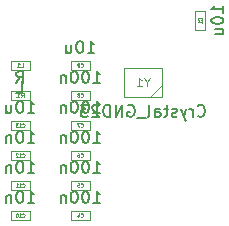
<source format=gbr>
G04 #@! TF.FileFunction,Other,Fab,Bot*
%FSLAX46Y46*%
G04 Gerber Fmt 4.6, Leading zero omitted, Abs format (unit mm)*
G04 Created by KiCad (PCBNEW 4.0.6) date Tuesday 03. October 2017 15.24.42*
%MOMM*%
%LPD*%
G01*
G04 APERTURE LIST*
%ADD10C,0.100000*%
%ADD11C,0.150000*%
%ADD12C,0.075000*%
%ADD13C,0.105000*%
G04 APERTURE END LIST*
D10*
X186290000Y-96990000D02*
X186290000Y-98590000D01*
X186290000Y-98590000D02*
X187090000Y-98590000D01*
X187090000Y-98590000D02*
X187090000Y-96990000D01*
X187090000Y-96990000D02*
X186290000Y-96990000D01*
X175730000Y-114700000D02*
X177330000Y-114700000D01*
X177330000Y-114700000D02*
X177330000Y-113900000D01*
X177330000Y-113900000D02*
X175730000Y-113900000D01*
X175730000Y-113900000D02*
X175730000Y-114700000D01*
X175730000Y-112160000D02*
X177330000Y-112160000D01*
X177330000Y-112160000D02*
X177330000Y-111360000D01*
X177330000Y-111360000D02*
X175730000Y-111360000D01*
X175730000Y-111360000D02*
X175730000Y-112160000D01*
X175730000Y-109620000D02*
X177330000Y-109620000D01*
X177330000Y-109620000D02*
X177330000Y-108820000D01*
X177330000Y-108820000D02*
X175730000Y-108820000D01*
X175730000Y-108820000D02*
X175730000Y-109620000D01*
X175730000Y-107080000D02*
X177330000Y-107080000D01*
X177330000Y-107080000D02*
X177330000Y-106280000D01*
X177330000Y-106280000D02*
X175730000Y-106280000D01*
X175730000Y-106280000D02*
X175730000Y-107080000D01*
X175730000Y-104540000D02*
X177330000Y-104540000D01*
X177330000Y-104540000D02*
X177330000Y-103740000D01*
X177330000Y-103740000D02*
X175730000Y-103740000D01*
X175730000Y-103740000D02*
X175730000Y-104540000D01*
X175730000Y-102000000D02*
X177330000Y-102000000D01*
X177330000Y-102000000D02*
X177330000Y-101200000D01*
X177330000Y-101200000D02*
X175730000Y-101200000D01*
X175730000Y-101200000D02*
X175730000Y-102000000D01*
X170650000Y-114700000D02*
X172250000Y-114700000D01*
X172250000Y-114700000D02*
X172250000Y-113900000D01*
X172250000Y-113900000D02*
X170650000Y-113900000D01*
X170650000Y-113900000D02*
X170650000Y-114700000D01*
X170650000Y-112160000D02*
X172250000Y-112160000D01*
X172250000Y-112160000D02*
X172250000Y-111360000D01*
X172250000Y-111360000D02*
X170650000Y-111360000D01*
X170650000Y-111360000D02*
X170650000Y-112160000D01*
X170650000Y-109620000D02*
X172250000Y-109620000D01*
X172250000Y-109620000D02*
X172250000Y-108820000D01*
X172250000Y-108820000D02*
X170650000Y-108820000D01*
X170650000Y-108820000D02*
X170650000Y-109620000D01*
X170650000Y-107080000D02*
X172250000Y-107080000D01*
X172250000Y-107080000D02*
X172250000Y-106280000D01*
X172250000Y-106280000D02*
X170650000Y-106280000D01*
X170650000Y-106280000D02*
X170650000Y-107080000D01*
X170650000Y-103740000D02*
X170650000Y-104540000D01*
X172250000Y-103740000D02*
X170650000Y-103740000D01*
X172250000Y-104540000D02*
X172250000Y-103740000D01*
X170650000Y-104540000D02*
X172250000Y-104540000D01*
X172250000Y-102000000D02*
X172250000Y-101200000D01*
X170650000Y-102000000D02*
X172250000Y-102000000D01*
X170650000Y-101200000D02*
X170650000Y-102000000D01*
X172250000Y-101200000D02*
X170650000Y-101200000D01*
X183438600Y-101797800D02*
X183438600Y-104297800D01*
X183438600Y-104297800D02*
X180238600Y-104297800D01*
X180238600Y-104297800D02*
X180238600Y-101797800D01*
X180238600Y-101797800D02*
X183438600Y-101797800D01*
X183438600Y-103297800D02*
X182438600Y-104297800D01*
D11*
X188642381Y-97147143D02*
X188642381Y-96575714D01*
X188642381Y-96861428D02*
X187642381Y-96861428D01*
X187785238Y-96766190D01*
X187880476Y-96670952D01*
X187928095Y-96575714D01*
X187642381Y-97766190D02*
X187642381Y-97861429D01*
X187690000Y-97956667D01*
X187737619Y-98004286D01*
X187832857Y-98051905D01*
X188023333Y-98099524D01*
X188261429Y-98099524D01*
X188451905Y-98051905D01*
X188547143Y-98004286D01*
X188594762Y-97956667D01*
X188642381Y-97861429D01*
X188642381Y-97766190D01*
X188594762Y-97670952D01*
X188547143Y-97623333D01*
X188451905Y-97575714D01*
X188261429Y-97528095D01*
X188023333Y-97528095D01*
X187832857Y-97575714D01*
X187737619Y-97623333D01*
X187690000Y-97670952D01*
X187642381Y-97766190D01*
X187975714Y-98956667D02*
X188642381Y-98956667D01*
X187975714Y-98528095D02*
X188499524Y-98528095D01*
X188594762Y-98575714D01*
X188642381Y-98670952D01*
X188642381Y-98813810D01*
X188594762Y-98909048D01*
X188547143Y-98956667D01*
D12*
X186797143Y-97740000D02*
X186811429Y-97725714D01*
X186825714Y-97682857D01*
X186825714Y-97654286D01*
X186811429Y-97611429D01*
X186782857Y-97582857D01*
X186754286Y-97568572D01*
X186697143Y-97554286D01*
X186654286Y-97554286D01*
X186597143Y-97568572D01*
X186568571Y-97582857D01*
X186540000Y-97611429D01*
X186525714Y-97654286D01*
X186525714Y-97682857D01*
X186540000Y-97725714D01*
X186554286Y-97740000D01*
X186825714Y-98025714D02*
X186825714Y-97854286D01*
X186825714Y-97940000D02*
X186525714Y-97940000D01*
X186568571Y-97911429D01*
X186597143Y-97882857D01*
X186611429Y-97854286D01*
D11*
X177649047Y-113252381D02*
X178220476Y-113252381D01*
X177934762Y-113252381D02*
X177934762Y-112252381D01*
X178030000Y-112395238D01*
X178125238Y-112490476D01*
X178220476Y-112538095D01*
X177030000Y-112252381D02*
X176934761Y-112252381D01*
X176839523Y-112300000D01*
X176791904Y-112347619D01*
X176744285Y-112442857D01*
X176696666Y-112633333D01*
X176696666Y-112871429D01*
X176744285Y-113061905D01*
X176791904Y-113157143D01*
X176839523Y-113204762D01*
X176934761Y-113252381D01*
X177030000Y-113252381D01*
X177125238Y-113204762D01*
X177172857Y-113157143D01*
X177220476Y-113061905D01*
X177268095Y-112871429D01*
X177268095Y-112633333D01*
X177220476Y-112442857D01*
X177172857Y-112347619D01*
X177125238Y-112300000D01*
X177030000Y-112252381D01*
X176077619Y-112252381D02*
X175982380Y-112252381D01*
X175887142Y-112300000D01*
X175839523Y-112347619D01*
X175791904Y-112442857D01*
X175744285Y-112633333D01*
X175744285Y-112871429D01*
X175791904Y-113061905D01*
X175839523Y-113157143D01*
X175887142Y-113204762D01*
X175982380Y-113252381D01*
X176077619Y-113252381D01*
X176172857Y-113204762D01*
X176220476Y-113157143D01*
X176268095Y-113061905D01*
X176315714Y-112871429D01*
X176315714Y-112633333D01*
X176268095Y-112442857D01*
X176220476Y-112347619D01*
X176172857Y-112300000D01*
X176077619Y-112252381D01*
X175315714Y-112585714D02*
X175315714Y-113252381D01*
X175315714Y-112680952D02*
X175268095Y-112633333D01*
X175172857Y-112585714D01*
X175029999Y-112585714D01*
X174934761Y-112633333D01*
X174887142Y-112728571D01*
X174887142Y-113252381D01*
D12*
X176580000Y-114407143D02*
X176594286Y-114421429D01*
X176637143Y-114435714D01*
X176665714Y-114435714D01*
X176708571Y-114421429D01*
X176737143Y-114392857D01*
X176751428Y-114364286D01*
X176765714Y-114307143D01*
X176765714Y-114264286D01*
X176751428Y-114207143D01*
X176737143Y-114178571D01*
X176708571Y-114150000D01*
X176665714Y-114135714D01*
X176637143Y-114135714D01*
X176594286Y-114150000D01*
X176580000Y-114164286D01*
X176322857Y-114235714D02*
X176322857Y-114435714D01*
X176394286Y-114121429D02*
X176465714Y-114335714D01*
X176280000Y-114335714D01*
D11*
X177649047Y-110712381D02*
X178220476Y-110712381D01*
X177934762Y-110712381D02*
X177934762Y-109712381D01*
X178030000Y-109855238D01*
X178125238Y-109950476D01*
X178220476Y-109998095D01*
X177030000Y-109712381D02*
X176934761Y-109712381D01*
X176839523Y-109760000D01*
X176791904Y-109807619D01*
X176744285Y-109902857D01*
X176696666Y-110093333D01*
X176696666Y-110331429D01*
X176744285Y-110521905D01*
X176791904Y-110617143D01*
X176839523Y-110664762D01*
X176934761Y-110712381D01*
X177030000Y-110712381D01*
X177125238Y-110664762D01*
X177172857Y-110617143D01*
X177220476Y-110521905D01*
X177268095Y-110331429D01*
X177268095Y-110093333D01*
X177220476Y-109902857D01*
X177172857Y-109807619D01*
X177125238Y-109760000D01*
X177030000Y-109712381D01*
X176077619Y-109712381D02*
X175982380Y-109712381D01*
X175887142Y-109760000D01*
X175839523Y-109807619D01*
X175791904Y-109902857D01*
X175744285Y-110093333D01*
X175744285Y-110331429D01*
X175791904Y-110521905D01*
X175839523Y-110617143D01*
X175887142Y-110664762D01*
X175982380Y-110712381D01*
X176077619Y-110712381D01*
X176172857Y-110664762D01*
X176220476Y-110617143D01*
X176268095Y-110521905D01*
X176315714Y-110331429D01*
X176315714Y-110093333D01*
X176268095Y-109902857D01*
X176220476Y-109807619D01*
X176172857Y-109760000D01*
X176077619Y-109712381D01*
X175315714Y-110045714D02*
X175315714Y-110712381D01*
X175315714Y-110140952D02*
X175268095Y-110093333D01*
X175172857Y-110045714D01*
X175029999Y-110045714D01*
X174934761Y-110093333D01*
X174887142Y-110188571D01*
X174887142Y-110712381D01*
D12*
X176580000Y-111867143D02*
X176594286Y-111881429D01*
X176637143Y-111895714D01*
X176665714Y-111895714D01*
X176708571Y-111881429D01*
X176737143Y-111852857D01*
X176751428Y-111824286D01*
X176765714Y-111767143D01*
X176765714Y-111724286D01*
X176751428Y-111667143D01*
X176737143Y-111638571D01*
X176708571Y-111610000D01*
X176665714Y-111595714D01*
X176637143Y-111595714D01*
X176594286Y-111610000D01*
X176580000Y-111624286D01*
X176308571Y-111595714D02*
X176451428Y-111595714D01*
X176465714Y-111738571D01*
X176451428Y-111724286D01*
X176422857Y-111710000D01*
X176351428Y-111710000D01*
X176322857Y-111724286D01*
X176308571Y-111738571D01*
X176294286Y-111767143D01*
X176294286Y-111838571D01*
X176308571Y-111867143D01*
X176322857Y-111881429D01*
X176351428Y-111895714D01*
X176422857Y-111895714D01*
X176451428Y-111881429D01*
X176465714Y-111867143D01*
D11*
X177649047Y-108172381D02*
X178220476Y-108172381D01*
X177934762Y-108172381D02*
X177934762Y-107172381D01*
X178030000Y-107315238D01*
X178125238Y-107410476D01*
X178220476Y-107458095D01*
X177030000Y-107172381D02*
X176934761Y-107172381D01*
X176839523Y-107220000D01*
X176791904Y-107267619D01*
X176744285Y-107362857D01*
X176696666Y-107553333D01*
X176696666Y-107791429D01*
X176744285Y-107981905D01*
X176791904Y-108077143D01*
X176839523Y-108124762D01*
X176934761Y-108172381D01*
X177030000Y-108172381D01*
X177125238Y-108124762D01*
X177172857Y-108077143D01*
X177220476Y-107981905D01*
X177268095Y-107791429D01*
X177268095Y-107553333D01*
X177220476Y-107362857D01*
X177172857Y-107267619D01*
X177125238Y-107220000D01*
X177030000Y-107172381D01*
X176077619Y-107172381D02*
X175982380Y-107172381D01*
X175887142Y-107220000D01*
X175839523Y-107267619D01*
X175791904Y-107362857D01*
X175744285Y-107553333D01*
X175744285Y-107791429D01*
X175791904Y-107981905D01*
X175839523Y-108077143D01*
X175887142Y-108124762D01*
X175982380Y-108172381D01*
X176077619Y-108172381D01*
X176172857Y-108124762D01*
X176220476Y-108077143D01*
X176268095Y-107981905D01*
X176315714Y-107791429D01*
X176315714Y-107553333D01*
X176268095Y-107362857D01*
X176220476Y-107267619D01*
X176172857Y-107220000D01*
X176077619Y-107172381D01*
X175315714Y-107505714D02*
X175315714Y-108172381D01*
X175315714Y-107600952D02*
X175268095Y-107553333D01*
X175172857Y-107505714D01*
X175029999Y-107505714D01*
X174934761Y-107553333D01*
X174887142Y-107648571D01*
X174887142Y-108172381D01*
D12*
X176580000Y-109327143D02*
X176594286Y-109341429D01*
X176637143Y-109355714D01*
X176665714Y-109355714D01*
X176708571Y-109341429D01*
X176737143Y-109312857D01*
X176751428Y-109284286D01*
X176765714Y-109227143D01*
X176765714Y-109184286D01*
X176751428Y-109127143D01*
X176737143Y-109098571D01*
X176708571Y-109070000D01*
X176665714Y-109055714D01*
X176637143Y-109055714D01*
X176594286Y-109070000D01*
X176580000Y-109084286D01*
X176322857Y-109055714D02*
X176380000Y-109055714D01*
X176408571Y-109070000D01*
X176422857Y-109084286D01*
X176451428Y-109127143D01*
X176465714Y-109184286D01*
X176465714Y-109298571D01*
X176451428Y-109327143D01*
X176437143Y-109341429D01*
X176408571Y-109355714D01*
X176351428Y-109355714D01*
X176322857Y-109341429D01*
X176308571Y-109327143D01*
X176294286Y-109298571D01*
X176294286Y-109227143D01*
X176308571Y-109198571D01*
X176322857Y-109184286D01*
X176351428Y-109170000D01*
X176408571Y-109170000D01*
X176437143Y-109184286D01*
X176451428Y-109198571D01*
X176465714Y-109227143D01*
D11*
X177649047Y-105632381D02*
X178220476Y-105632381D01*
X177934762Y-105632381D02*
X177934762Y-104632381D01*
X178030000Y-104775238D01*
X178125238Y-104870476D01*
X178220476Y-104918095D01*
X177030000Y-104632381D02*
X176934761Y-104632381D01*
X176839523Y-104680000D01*
X176791904Y-104727619D01*
X176744285Y-104822857D01*
X176696666Y-105013333D01*
X176696666Y-105251429D01*
X176744285Y-105441905D01*
X176791904Y-105537143D01*
X176839523Y-105584762D01*
X176934761Y-105632381D01*
X177030000Y-105632381D01*
X177125238Y-105584762D01*
X177172857Y-105537143D01*
X177220476Y-105441905D01*
X177268095Y-105251429D01*
X177268095Y-105013333D01*
X177220476Y-104822857D01*
X177172857Y-104727619D01*
X177125238Y-104680000D01*
X177030000Y-104632381D01*
X176077619Y-104632381D02*
X175982380Y-104632381D01*
X175887142Y-104680000D01*
X175839523Y-104727619D01*
X175791904Y-104822857D01*
X175744285Y-105013333D01*
X175744285Y-105251429D01*
X175791904Y-105441905D01*
X175839523Y-105537143D01*
X175887142Y-105584762D01*
X175982380Y-105632381D01*
X176077619Y-105632381D01*
X176172857Y-105584762D01*
X176220476Y-105537143D01*
X176268095Y-105441905D01*
X176315714Y-105251429D01*
X176315714Y-105013333D01*
X176268095Y-104822857D01*
X176220476Y-104727619D01*
X176172857Y-104680000D01*
X176077619Y-104632381D01*
X175315714Y-104965714D02*
X175315714Y-105632381D01*
X175315714Y-105060952D02*
X175268095Y-105013333D01*
X175172857Y-104965714D01*
X175029999Y-104965714D01*
X174934761Y-105013333D01*
X174887142Y-105108571D01*
X174887142Y-105632381D01*
D12*
X176580000Y-106787143D02*
X176594286Y-106801429D01*
X176637143Y-106815714D01*
X176665714Y-106815714D01*
X176708571Y-106801429D01*
X176737143Y-106772857D01*
X176751428Y-106744286D01*
X176765714Y-106687143D01*
X176765714Y-106644286D01*
X176751428Y-106587143D01*
X176737143Y-106558571D01*
X176708571Y-106530000D01*
X176665714Y-106515714D01*
X176637143Y-106515714D01*
X176594286Y-106530000D01*
X176580000Y-106544286D01*
X176480000Y-106515714D02*
X176280000Y-106515714D01*
X176408571Y-106815714D01*
D11*
X177649047Y-103092381D02*
X178220476Y-103092381D01*
X177934762Y-103092381D02*
X177934762Y-102092381D01*
X178030000Y-102235238D01*
X178125238Y-102330476D01*
X178220476Y-102378095D01*
X177030000Y-102092381D02*
X176934761Y-102092381D01*
X176839523Y-102140000D01*
X176791904Y-102187619D01*
X176744285Y-102282857D01*
X176696666Y-102473333D01*
X176696666Y-102711429D01*
X176744285Y-102901905D01*
X176791904Y-102997143D01*
X176839523Y-103044762D01*
X176934761Y-103092381D01*
X177030000Y-103092381D01*
X177125238Y-103044762D01*
X177172857Y-102997143D01*
X177220476Y-102901905D01*
X177268095Y-102711429D01*
X177268095Y-102473333D01*
X177220476Y-102282857D01*
X177172857Y-102187619D01*
X177125238Y-102140000D01*
X177030000Y-102092381D01*
X176077619Y-102092381D02*
X175982380Y-102092381D01*
X175887142Y-102140000D01*
X175839523Y-102187619D01*
X175791904Y-102282857D01*
X175744285Y-102473333D01*
X175744285Y-102711429D01*
X175791904Y-102901905D01*
X175839523Y-102997143D01*
X175887142Y-103044762D01*
X175982380Y-103092381D01*
X176077619Y-103092381D01*
X176172857Y-103044762D01*
X176220476Y-102997143D01*
X176268095Y-102901905D01*
X176315714Y-102711429D01*
X176315714Y-102473333D01*
X176268095Y-102282857D01*
X176220476Y-102187619D01*
X176172857Y-102140000D01*
X176077619Y-102092381D01*
X175315714Y-102425714D02*
X175315714Y-103092381D01*
X175315714Y-102520952D02*
X175268095Y-102473333D01*
X175172857Y-102425714D01*
X175029999Y-102425714D01*
X174934761Y-102473333D01*
X174887142Y-102568571D01*
X174887142Y-103092381D01*
D12*
X176580000Y-104247143D02*
X176594286Y-104261429D01*
X176637143Y-104275714D01*
X176665714Y-104275714D01*
X176708571Y-104261429D01*
X176737143Y-104232857D01*
X176751428Y-104204286D01*
X176765714Y-104147143D01*
X176765714Y-104104286D01*
X176751428Y-104047143D01*
X176737143Y-104018571D01*
X176708571Y-103990000D01*
X176665714Y-103975714D01*
X176637143Y-103975714D01*
X176594286Y-103990000D01*
X176580000Y-104004286D01*
X176408571Y-104104286D02*
X176437143Y-104090000D01*
X176451428Y-104075714D01*
X176465714Y-104047143D01*
X176465714Y-104032857D01*
X176451428Y-104004286D01*
X176437143Y-103990000D01*
X176408571Y-103975714D01*
X176351428Y-103975714D01*
X176322857Y-103990000D01*
X176308571Y-104004286D01*
X176294286Y-104032857D01*
X176294286Y-104047143D01*
X176308571Y-104075714D01*
X176322857Y-104090000D01*
X176351428Y-104104286D01*
X176408571Y-104104286D01*
X176437143Y-104118571D01*
X176451428Y-104132857D01*
X176465714Y-104161429D01*
X176465714Y-104218571D01*
X176451428Y-104247143D01*
X176437143Y-104261429D01*
X176408571Y-104275714D01*
X176351428Y-104275714D01*
X176322857Y-104261429D01*
X176308571Y-104247143D01*
X176294286Y-104218571D01*
X176294286Y-104161429D01*
X176308571Y-104132857D01*
X176322857Y-104118571D01*
X176351428Y-104104286D01*
D11*
X177172857Y-100552381D02*
X177744286Y-100552381D01*
X177458572Y-100552381D02*
X177458572Y-99552381D01*
X177553810Y-99695238D01*
X177649048Y-99790476D01*
X177744286Y-99838095D01*
X176553810Y-99552381D02*
X176458571Y-99552381D01*
X176363333Y-99600000D01*
X176315714Y-99647619D01*
X176268095Y-99742857D01*
X176220476Y-99933333D01*
X176220476Y-100171429D01*
X176268095Y-100361905D01*
X176315714Y-100457143D01*
X176363333Y-100504762D01*
X176458571Y-100552381D01*
X176553810Y-100552381D01*
X176649048Y-100504762D01*
X176696667Y-100457143D01*
X176744286Y-100361905D01*
X176791905Y-100171429D01*
X176791905Y-99933333D01*
X176744286Y-99742857D01*
X176696667Y-99647619D01*
X176649048Y-99600000D01*
X176553810Y-99552381D01*
X175363333Y-99885714D02*
X175363333Y-100552381D01*
X175791905Y-99885714D02*
X175791905Y-100409524D01*
X175744286Y-100504762D01*
X175649048Y-100552381D01*
X175506190Y-100552381D01*
X175410952Y-100504762D01*
X175363333Y-100457143D01*
D12*
X176580000Y-101707143D02*
X176594286Y-101721429D01*
X176637143Y-101735714D01*
X176665714Y-101735714D01*
X176708571Y-101721429D01*
X176737143Y-101692857D01*
X176751428Y-101664286D01*
X176765714Y-101607143D01*
X176765714Y-101564286D01*
X176751428Y-101507143D01*
X176737143Y-101478571D01*
X176708571Y-101450000D01*
X176665714Y-101435714D01*
X176637143Y-101435714D01*
X176594286Y-101450000D01*
X176580000Y-101464286D01*
X176437143Y-101735714D02*
X176380000Y-101735714D01*
X176351428Y-101721429D01*
X176337143Y-101707143D01*
X176308571Y-101664286D01*
X176294286Y-101607143D01*
X176294286Y-101492857D01*
X176308571Y-101464286D01*
X176322857Y-101450000D01*
X176351428Y-101435714D01*
X176408571Y-101435714D01*
X176437143Y-101450000D01*
X176451428Y-101464286D01*
X176465714Y-101492857D01*
X176465714Y-101564286D01*
X176451428Y-101592857D01*
X176437143Y-101607143D01*
X176408571Y-101621429D01*
X176351428Y-101621429D01*
X176322857Y-101607143D01*
X176308571Y-101592857D01*
X176294286Y-101564286D01*
D11*
X172092857Y-113252381D02*
X172664286Y-113252381D01*
X172378572Y-113252381D02*
X172378572Y-112252381D01*
X172473810Y-112395238D01*
X172569048Y-112490476D01*
X172664286Y-112538095D01*
X171473810Y-112252381D02*
X171378571Y-112252381D01*
X171283333Y-112300000D01*
X171235714Y-112347619D01*
X171188095Y-112442857D01*
X171140476Y-112633333D01*
X171140476Y-112871429D01*
X171188095Y-113061905D01*
X171235714Y-113157143D01*
X171283333Y-113204762D01*
X171378571Y-113252381D01*
X171473810Y-113252381D01*
X171569048Y-113204762D01*
X171616667Y-113157143D01*
X171664286Y-113061905D01*
X171711905Y-112871429D01*
X171711905Y-112633333D01*
X171664286Y-112442857D01*
X171616667Y-112347619D01*
X171569048Y-112300000D01*
X171473810Y-112252381D01*
X170711905Y-112585714D02*
X170711905Y-113252381D01*
X170711905Y-112680952D02*
X170664286Y-112633333D01*
X170569048Y-112585714D01*
X170426190Y-112585714D01*
X170330952Y-112633333D01*
X170283333Y-112728571D01*
X170283333Y-113252381D01*
D12*
X171642857Y-114407143D02*
X171657143Y-114421429D01*
X171700000Y-114435714D01*
X171728571Y-114435714D01*
X171771428Y-114421429D01*
X171800000Y-114392857D01*
X171814285Y-114364286D01*
X171828571Y-114307143D01*
X171828571Y-114264286D01*
X171814285Y-114207143D01*
X171800000Y-114178571D01*
X171771428Y-114150000D01*
X171728571Y-114135714D01*
X171700000Y-114135714D01*
X171657143Y-114150000D01*
X171642857Y-114164286D01*
X171357143Y-114435714D02*
X171528571Y-114435714D01*
X171442857Y-114435714D02*
X171442857Y-114135714D01*
X171471428Y-114178571D01*
X171500000Y-114207143D01*
X171528571Y-114221429D01*
X171171429Y-114135714D02*
X171142857Y-114135714D01*
X171114286Y-114150000D01*
X171100000Y-114164286D01*
X171085714Y-114192857D01*
X171071429Y-114250000D01*
X171071429Y-114321429D01*
X171085714Y-114378571D01*
X171100000Y-114407143D01*
X171114286Y-114421429D01*
X171142857Y-114435714D01*
X171171429Y-114435714D01*
X171200000Y-114421429D01*
X171214286Y-114407143D01*
X171228571Y-114378571D01*
X171242857Y-114321429D01*
X171242857Y-114250000D01*
X171228571Y-114192857D01*
X171214286Y-114164286D01*
X171200000Y-114150000D01*
X171171429Y-114135714D01*
D11*
X172092857Y-110712381D02*
X172664286Y-110712381D01*
X172378572Y-110712381D02*
X172378572Y-109712381D01*
X172473810Y-109855238D01*
X172569048Y-109950476D01*
X172664286Y-109998095D01*
X171473810Y-109712381D02*
X171378571Y-109712381D01*
X171283333Y-109760000D01*
X171235714Y-109807619D01*
X171188095Y-109902857D01*
X171140476Y-110093333D01*
X171140476Y-110331429D01*
X171188095Y-110521905D01*
X171235714Y-110617143D01*
X171283333Y-110664762D01*
X171378571Y-110712381D01*
X171473810Y-110712381D01*
X171569048Y-110664762D01*
X171616667Y-110617143D01*
X171664286Y-110521905D01*
X171711905Y-110331429D01*
X171711905Y-110093333D01*
X171664286Y-109902857D01*
X171616667Y-109807619D01*
X171569048Y-109760000D01*
X171473810Y-109712381D01*
X170711905Y-110045714D02*
X170711905Y-110712381D01*
X170711905Y-110140952D02*
X170664286Y-110093333D01*
X170569048Y-110045714D01*
X170426190Y-110045714D01*
X170330952Y-110093333D01*
X170283333Y-110188571D01*
X170283333Y-110712381D01*
D12*
X171642857Y-111867143D02*
X171657143Y-111881429D01*
X171700000Y-111895714D01*
X171728571Y-111895714D01*
X171771428Y-111881429D01*
X171800000Y-111852857D01*
X171814285Y-111824286D01*
X171828571Y-111767143D01*
X171828571Y-111724286D01*
X171814285Y-111667143D01*
X171800000Y-111638571D01*
X171771428Y-111610000D01*
X171728571Y-111595714D01*
X171700000Y-111595714D01*
X171657143Y-111610000D01*
X171642857Y-111624286D01*
X171357143Y-111895714D02*
X171528571Y-111895714D01*
X171442857Y-111895714D02*
X171442857Y-111595714D01*
X171471428Y-111638571D01*
X171500000Y-111667143D01*
X171528571Y-111681429D01*
X171071429Y-111895714D02*
X171242857Y-111895714D01*
X171157143Y-111895714D02*
X171157143Y-111595714D01*
X171185714Y-111638571D01*
X171214286Y-111667143D01*
X171242857Y-111681429D01*
D11*
X172092857Y-108172381D02*
X172664286Y-108172381D01*
X172378572Y-108172381D02*
X172378572Y-107172381D01*
X172473810Y-107315238D01*
X172569048Y-107410476D01*
X172664286Y-107458095D01*
X171473810Y-107172381D02*
X171378571Y-107172381D01*
X171283333Y-107220000D01*
X171235714Y-107267619D01*
X171188095Y-107362857D01*
X171140476Y-107553333D01*
X171140476Y-107791429D01*
X171188095Y-107981905D01*
X171235714Y-108077143D01*
X171283333Y-108124762D01*
X171378571Y-108172381D01*
X171473810Y-108172381D01*
X171569048Y-108124762D01*
X171616667Y-108077143D01*
X171664286Y-107981905D01*
X171711905Y-107791429D01*
X171711905Y-107553333D01*
X171664286Y-107362857D01*
X171616667Y-107267619D01*
X171569048Y-107220000D01*
X171473810Y-107172381D01*
X170711905Y-107505714D02*
X170711905Y-108172381D01*
X170711905Y-107600952D02*
X170664286Y-107553333D01*
X170569048Y-107505714D01*
X170426190Y-107505714D01*
X170330952Y-107553333D01*
X170283333Y-107648571D01*
X170283333Y-108172381D01*
D12*
X171642857Y-109327143D02*
X171657143Y-109341429D01*
X171700000Y-109355714D01*
X171728571Y-109355714D01*
X171771428Y-109341429D01*
X171800000Y-109312857D01*
X171814285Y-109284286D01*
X171828571Y-109227143D01*
X171828571Y-109184286D01*
X171814285Y-109127143D01*
X171800000Y-109098571D01*
X171771428Y-109070000D01*
X171728571Y-109055714D01*
X171700000Y-109055714D01*
X171657143Y-109070000D01*
X171642857Y-109084286D01*
X171357143Y-109355714D02*
X171528571Y-109355714D01*
X171442857Y-109355714D02*
X171442857Y-109055714D01*
X171471428Y-109098571D01*
X171500000Y-109127143D01*
X171528571Y-109141429D01*
X171242857Y-109084286D02*
X171228571Y-109070000D01*
X171200000Y-109055714D01*
X171128571Y-109055714D01*
X171100000Y-109070000D01*
X171085714Y-109084286D01*
X171071429Y-109112857D01*
X171071429Y-109141429D01*
X171085714Y-109184286D01*
X171257143Y-109355714D01*
X171071429Y-109355714D01*
D11*
X172092857Y-105632381D02*
X172664286Y-105632381D01*
X172378572Y-105632381D02*
X172378572Y-104632381D01*
X172473810Y-104775238D01*
X172569048Y-104870476D01*
X172664286Y-104918095D01*
X171473810Y-104632381D02*
X171378571Y-104632381D01*
X171283333Y-104680000D01*
X171235714Y-104727619D01*
X171188095Y-104822857D01*
X171140476Y-105013333D01*
X171140476Y-105251429D01*
X171188095Y-105441905D01*
X171235714Y-105537143D01*
X171283333Y-105584762D01*
X171378571Y-105632381D01*
X171473810Y-105632381D01*
X171569048Y-105584762D01*
X171616667Y-105537143D01*
X171664286Y-105441905D01*
X171711905Y-105251429D01*
X171711905Y-105013333D01*
X171664286Y-104822857D01*
X171616667Y-104727619D01*
X171569048Y-104680000D01*
X171473810Y-104632381D01*
X170283333Y-104965714D02*
X170283333Y-105632381D01*
X170711905Y-104965714D02*
X170711905Y-105489524D01*
X170664286Y-105584762D01*
X170569048Y-105632381D01*
X170426190Y-105632381D01*
X170330952Y-105584762D01*
X170283333Y-105537143D01*
D12*
X171642857Y-106787143D02*
X171657143Y-106801429D01*
X171700000Y-106815714D01*
X171728571Y-106815714D01*
X171771428Y-106801429D01*
X171800000Y-106772857D01*
X171814285Y-106744286D01*
X171828571Y-106687143D01*
X171828571Y-106644286D01*
X171814285Y-106587143D01*
X171800000Y-106558571D01*
X171771428Y-106530000D01*
X171728571Y-106515714D01*
X171700000Y-106515714D01*
X171657143Y-106530000D01*
X171642857Y-106544286D01*
X171357143Y-106815714D02*
X171528571Y-106815714D01*
X171442857Y-106815714D02*
X171442857Y-106515714D01*
X171471428Y-106558571D01*
X171500000Y-106587143D01*
X171528571Y-106601429D01*
X171257143Y-106515714D02*
X171071429Y-106515714D01*
X171171429Y-106630000D01*
X171128571Y-106630000D01*
X171100000Y-106644286D01*
X171085714Y-106658571D01*
X171071429Y-106687143D01*
X171071429Y-106758571D01*
X171085714Y-106787143D01*
X171100000Y-106801429D01*
X171128571Y-106815714D01*
X171214286Y-106815714D01*
X171242857Y-106801429D01*
X171257143Y-106787143D01*
D11*
X171140476Y-103092381D02*
X171473810Y-102616190D01*
X171711905Y-103092381D02*
X171711905Y-102092381D01*
X171330952Y-102092381D01*
X171235714Y-102140000D01*
X171188095Y-102187619D01*
X171140476Y-102282857D01*
X171140476Y-102425714D01*
X171188095Y-102520952D01*
X171235714Y-102568571D01*
X171330952Y-102616190D01*
X171711905Y-102616190D01*
D12*
X171516666Y-104320952D02*
X171650000Y-104130476D01*
X171745238Y-104320952D02*
X171745238Y-103920952D01*
X171592857Y-103920952D01*
X171554762Y-103940000D01*
X171535714Y-103959048D01*
X171516666Y-103997143D01*
X171516666Y-104054286D01*
X171535714Y-104092381D01*
X171554762Y-104111429D01*
X171592857Y-104130476D01*
X171745238Y-104130476D01*
X171135714Y-104320952D02*
X171364286Y-104320952D01*
X171250000Y-104320952D02*
X171250000Y-103920952D01*
X171288095Y-103978095D01*
X171326190Y-104016190D01*
X171364286Y-104035238D01*
D11*
X171140476Y-103952381D02*
X171616667Y-103952381D01*
X171616667Y-102952381D01*
D12*
X171516667Y-101780952D02*
X171707143Y-101780952D01*
X171707143Y-101380952D01*
X171173809Y-101780952D02*
X171402381Y-101780952D01*
X171288095Y-101780952D02*
X171288095Y-101380952D01*
X171326190Y-101438095D01*
X171364285Y-101476190D01*
X171402381Y-101495238D01*
D11*
X186481458Y-105854943D02*
X186529077Y-105902562D01*
X186671934Y-105950181D01*
X186767172Y-105950181D01*
X186910030Y-105902562D01*
X187005268Y-105807324D01*
X187052887Y-105712086D01*
X187100506Y-105521610D01*
X187100506Y-105378752D01*
X187052887Y-105188276D01*
X187005268Y-105093038D01*
X186910030Y-104997800D01*
X186767172Y-104950181D01*
X186671934Y-104950181D01*
X186529077Y-104997800D01*
X186481458Y-105045419D01*
X186052887Y-105950181D02*
X186052887Y-105283514D01*
X186052887Y-105473990D02*
X186005268Y-105378752D01*
X185957649Y-105331133D01*
X185862411Y-105283514D01*
X185767172Y-105283514D01*
X185529077Y-105283514D02*
X185290982Y-105950181D01*
X185052886Y-105283514D02*
X185290982Y-105950181D01*
X185386220Y-106188276D01*
X185433839Y-106235895D01*
X185529077Y-106283514D01*
X184719553Y-105902562D02*
X184624315Y-105950181D01*
X184433839Y-105950181D01*
X184338600Y-105902562D01*
X184290981Y-105807324D01*
X184290981Y-105759705D01*
X184338600Y-105664467D01*
X184433839Y-105616848D01*
X184576696Y-105616848D01*
X184671934Y-105569229D01*
X184719553Y-105473990D01*
X184719553Y-105426371D01*
X184671934Y-105331133D01*
X184576696Y-105283514D01*
X184433839Y-105283514D01*
X184338600Y-105331133D01*
X184005267Y-105283514D02*
X183624315Y-105283514D01*
X183862410Y-104950181D02*
X183862410Y-105807324D01*
X183814791Y-105902562D01*
X183719553Y-105950181D01*
X183624315Y-105950181D01*
X182862409Y-105950181D02*
X182862409Y-105426371D01*
X182910028Y-105331133D01*
X183005266Y-105283514D01*
X183195743Y-105283514D01*
X183290981Y-105331133D01*
X182862409Y-105902562D02*
X182957647Y-105950181D01*
X183195743Y-105950181D01*
X183290981Y-105902562D01*
X183338600Y-105807324D01*
X183338600Y-105712086D01*
X183290981Y-105616848D01*
X183195743Y-105569229D01*
X182957647Y-105569229D01*
X182862409Y-105521610D01*
X182243362Y-105950181D02*
X182338600Y-105902562D01*
X182386219Y-105807324D01*
X182386219Y-104950181D01*
X182100504Y-106045419D02*
X181338599Y-106045419D01*
X180576694Y-104997800D02*
X180671932Y-104950181D01*
X180814789Y-104950181D01*
X180957647Y-104997800D01*
X181052885Y-105093038D01*
X181100504Y-105188276D01*
X181148123Y-105378752D01*
X181148123Y-105521610D01*
X181100504Y-105712086D01*
X181052885Y-105807324D01*
X180957647Y-105902562D01*
X180814789Y-105950181D01*
X180719551Y-105950181D01*
X180576694Y-105902562D01*
X180529075Y-105854943D01*
X180529075Y-105521610D01*
X180719551Y-105521610D01*
X180100504Y-105950181D02*
X180100504Y-104950181D01*
X179529075Y-105950181D01*
X179529075Y-104950181D01*
X179052885Y-105950181D02*
X179052885Y-104950181D01*
X178814790Y-104950181D01*
X178671932Y-104997800D01*
X178576694Y-105093038D01*
X178529075Y-105188276D01*
X178481456Y-105378752D01*
X178481456Y-105521610D01*
X178529075Y-105712086D01*
X178576694Y-105807324D01*
X178671932Y-105902562D01*
X178814790Y-105950181D01*
X179052885Y-105950181D01*
X178100504Y-105045419D02*
X178052885Y-104997800D01*
X177957647Y-104950181D01*
X177719551Y-104950181D01*
X177624313Y-104997800D01*
X177576694Y-105045419D01*
X177529075Y-105140657D01*
X177529075Y-105235895D01*
X177576694Y-105378752D01*
X178148123Y-105950181D01*
X177529075Y-105950181D01*
X177195742Y-104950181D02*
X176576694Y-104950181D01*
X176910028Y-105331133D01*
X176767170Y-105331133D01*
X176671932Y-105378752D01*
X176624313Y-105426371D01*
X176576694Y-105521610D01*
X176576694Y-105759705D01*
X176624313Y-105854943D01*
X176671932Y-105902562D01*
X176767170Y-105950181D01*
X177052885Y-105950181D01*
X177148123Y-105902562D01*
X177195742Y-105854943D01*
D13*
X182171933Y-103031133D02*
X182171933Y-103364467D01*
X182405266Y-102664467D02*
X182171933Y-103031133D01*
X181938600Y-102664467D01*
X181338600Y-103364467D02*
X181738600Y-103364467D01*
X181538600Y-103364467D02*
X181538600Y-102664467D01*
X181605266Y-102764467D01*
X181671933Y-102831133D01*
X181738600Y-102864467D01*
M02*

</source>
